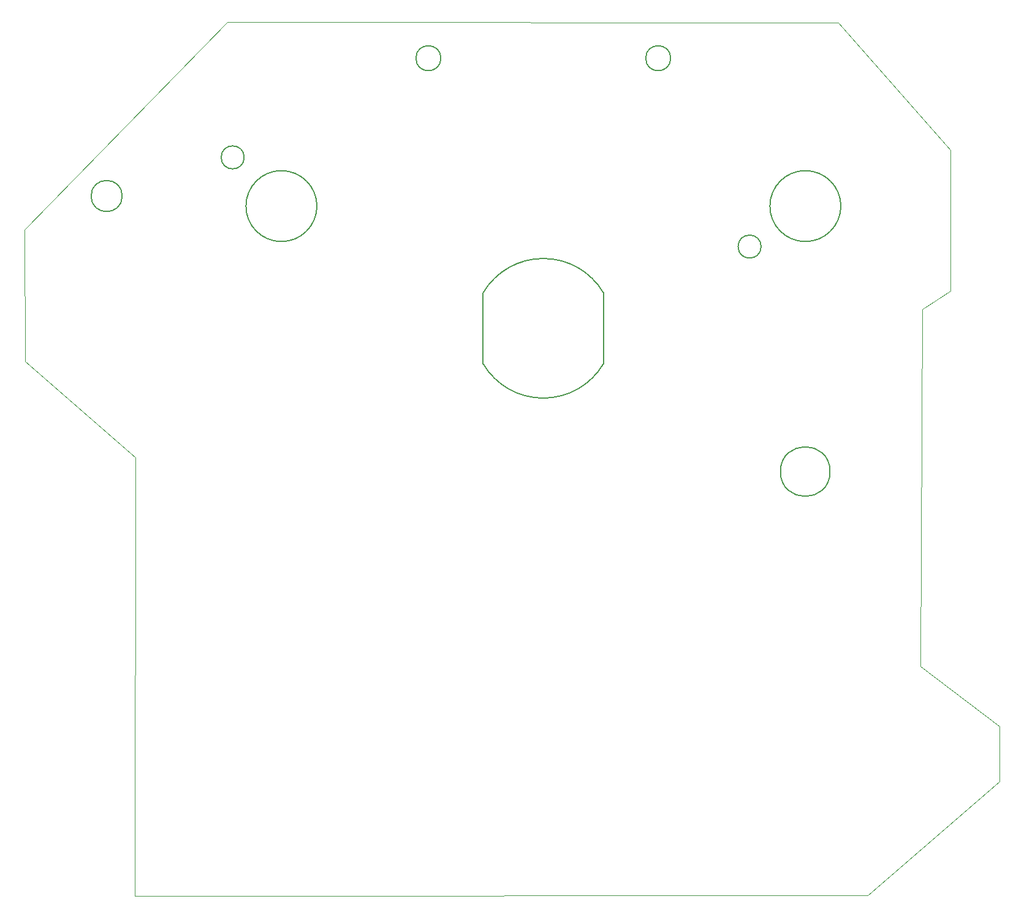
<source format=gbr>
%TF.GenerationSoftware,KiCad,Pcbnew,(5.1.12-1-10_14)*%
%TF.CreationDate,2021-11-27T17:57:38+11:00*%
%TF.ProjectId,KY58 Panel PCB V2,4b593538-2050-4616-9e65-6c2050434220,rev?*%
%TF.SameCoordinates,Original*%
%TF.FileFunction,Profile,NP*%
%FSLAX46Y46*%
G04 Gerber Fmt 4.6, Leading zero omitted, Abs format (unit mm)*
G04 Created by KiCad (PCBNEW (5.1.12-1-10_14)) date 2021-11-27 17:57:38*
%MOMM*%
%LPD*%
G01*
G04 APERTURE LIST*
%TA.AperFunction,Profile*%
%ADD10C,0.200000*%
%TD*%
%TA.AperFunction,Profile*%
%ADD11C,0.050000*%
%TD*%
G04 APERTURE END LIST*
D10*
X193067199Y-57573999D02*
G75*
G03*
X193067199Y-57573999I-4902200J0D01*
G01*
X110627307Y-50838807D02*
G75*
G03*
X110627307Y-50838807I-1587500J0D01*
G01*
X120677200Y-57573999D02*
G75*
G03*
X120677200Y-57573999I-4902200J0D01*
G01*
X182046613Y-63172654D02*
G75*
G03*
X182046613Y-63172654I-1587500J0D01*
G01*
D11*
X214950000Y-137100000D02*
X196790000Y-152860000D01*
X215010000Y-129510000D02*
X214950000Y-137100000D01*
X204030000Y-121240000D02*
X215010000Y-129510000D01*
X204350000Y-71810000D02*
X204030000Y-121240000D01*
X208190000Y-69280000D02*
X204350000Y-71810000D01*
X208250000Y-49810000D02*
X208190000Y-69280000D01*
X95600000Y-92320000D02*
X95540000Y-152950000D01*
X80391000Y-79070200D02*
X95600000Y-92320000D01*
X80289400Y-60858400D02*
X80391000Y-79070200D01*
X108280200Y-32131000D02*
X80289400Y-60858400D01*
X192700000Y-32200000D02*
X108280200Y-32131000D01*
X208250000Y-49810000D02*
X192700000Y-32200000D01*
X95540000Y-152950000D02*
X196790000Y-152860000D01*
D10*
X160269646Y-79369227D02*
G75*
G02*
X143636758Y-79362247I-8314388J4902250D01*
G01*
X143640871Y-69564727D02*
G75*
G02*
X160273757Y-69571708I8314387J-4902250D01*
G01*
X169557457Y-37128977D02*
G75*
G03*
X169557457Y-37128977I-1727199J0D01*
G01*
X137807457Y-37128977D02*
G75*
G03*
X137807457Y-37128977I-1727199J0D01*
G01*
X160269646Y-79369227D02*
X160273757Y-69571708D01*
X143640871Y-69564727D02*
X143636758Y-79362247D01*
X191579258Y-94278977D02*
G75*
G03*
X191579258Y-94278977I-3429000J0D01*
G01*
X93782907Y-56178977D02*
G75*
G03*
X93782907Y-56178977I-2152649J0D01*
G01*
M02*

</source>
